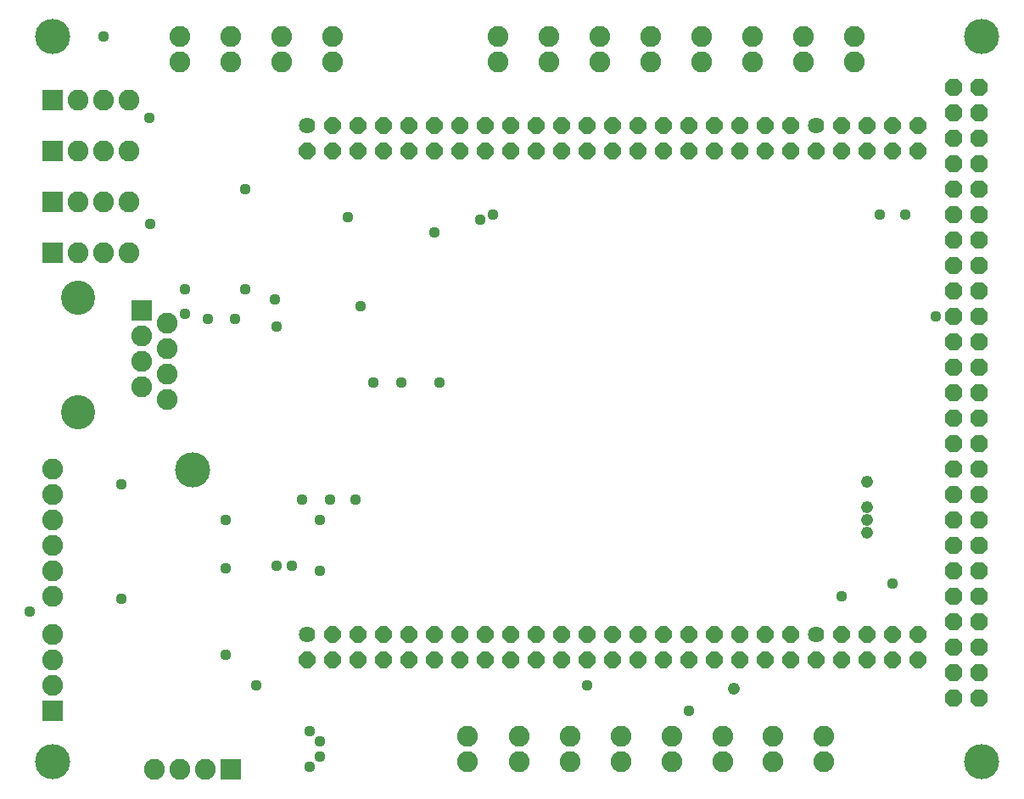
<source format=gbs>
G75*
G70*
%OFA0B0*%
%FSLAX24Y24*%
%IPPOS*%
%LPD*%
%AMOC8*
5,1,8,0,0,1.08239X$1,22.5*
%
%ADD10C,0.0640*%
%ADD11OC8,0.0640*%
%ADD12OC8,0.0674*%
%ADD13R,0.0820X0.0820*%
%ADD14C,0.0820*%
%ADD15C,0.1340*%
%ADD16C,0.1380*%
%ADD17C,0.0440*%
%ADD18C,0.0476*%
D10*
X013392Y006787D03*
X033392Y006787D03*
X033392Y026787D03*
X013392Y026787D03*
D11*
X014392Y026787D03*
X015392Y026787D03*
X016392Y026787D03*
X017392Y026787D03*
X018392Y026787D03*
X019392Y026787D03*
X020392Y026787D03*
X021392Y026787D03*
X022392Y026787D03*
X023392Y026787D03*
X024392Y026787D03*
X025392Y026787D03*
X026392Y026787D03*
X027392Y026787D03*
X028392Y026787D03*
X029392Y026787D03*
X030392Y026787D03*
X031392Y026787D03*
X032392Y026787D03*
X032392Y025787D03*
X033392Y025787D03*
X034392Y025787D03*
X034392Y026787D03*
X035392Y026787D03*
X036392Y026787D03*
X037392Y026787D03*
X037392Y025787D03*
X036392Y025787D03*
X035392Y025787D03*
X031392Y025787D03*
X030392Y025787D03*
X029392Y025787D03*
X028392Y025787D03*
X027392Y025787D03*
X026392Y025787D03*
X025392Y025787D03*
X024392Y025787D03*
X023392Y025787D03*
X022392Y025787D03*
X021392Y025787D03*
X020392Y025787D03*
X019392Y025787D03*
X018392Y025787D03*
X017392Y025787D03*
X016392Y025787D03*
X015392Y025787D03*
X014392Y025787D03*
X013392Y025787D03*
X014392Y006787D03*
X015392Y006787D03*
X016392Y006787D03*
X017392Y006787D03*
X018392Y006787D03*
X019392Y006787D03*
X020392Y006787D03*
X021392Y006787D03*
X022392Y006787D03*
X023392Y006787D03*
X024392Y006787D03*
X025392Y006787D03*
X026392Y006787D03*
X027392Y006787D03*
X028392Y006787D03*
X029392Y006787D03*
X030392Y006787D03*
X031392Y006787D03*
X032392Y006787D03*
X032392Y005787D03*
X033392Y005787D03*
X034392Y005787D03*
X034392Y006787D03*
X035392Y006787D03*
X036392Y006787D03*
X037392Y006787D03*
X037392Y005787D03*
X036392Y005787D03*
X035392Y005787D03*
X031392Y005787D03*
X030392Y005787D03*
X029392Y005787D03*
X028392Y005787D03*
X027392Y005787D03*
X026392Y005787D03*
X025392Y005787D03*
X024392Y005787D03*
X023392Y005787D03*
X022392Y005787D03*
X021392Y005787D03*
X020392Y005787D03*
X019392Y005787D03*
X018392Y005787D03*
X017392Y005787D03*
X016392Y005787D03*
X015392Y005787D03*
X014392Y005787D03*
X013392Y005787D03*
D12*
X038792Y006287D03*
X038792Y007287D03*
X038792Y008287D03*
X039792Y008287D03*
X039792Y007287D03*
X039792Y006287D03*
X039792Y005287D03*
X038792Y005287D03*
X038792Y004287D03*
X039792Y004287D03*
X039792Y009287D03*
X039792Y010287D03*
X039792Y011287D03*
X039792Y012287D03*
X039792Y013287D03*
X039792Y014287D03*
X039792Y015287D03*
X039792Y016287D03*
X038792Y016287D03*
X038792Y015287D03*
X038792Y014287D03*
X038792Y013287D03*
X038792Y012287D03*
X038792Y011287D03*
X038792Y010287D03*
X038792Y009287D03*
X038792Y017287D03*
X038792Y018287D03*
X038792Y019287D03*
X038792Y020287D03*
X038792Y021287D03*
X038792Y022287D03*
X038792Y023287D03*
X039792Y023287D03*
X039792Y022287D03*
X039792Y021287D03*
X039792Y020287D03*
X039792Y019287D03*
X039792Y018287D03*
X039792Y017287D03*
X039792Y024287D03*
X039792Y025287D03*
X039792Y026287D03*
X039792Y027287D03*
X039792Y028287D03*
X038792Y028287D03*
X038792Y027287D03*
X038792Y026287D03*
X038792Y025287D03*
X038792Y024287D03*
D13*
X010392Y001487D03*
X003392Y003787D03*
X006892Y019537D03*
X003392Y021787D03*
X003392Y023787D03*
X003392Y025787D03*
X003392Y027787D03*
D14*
X004392Y027787D03*
X005392Y027787D03*
X006392Y027787D03*
X008392Y029287D03*
X008392Y030287D03*
X010392Y030287D03*
X010392Y029287D03*
X012392Y029287D03*
X012392Y030287D03*
X014392Y030287D03*
X014392Y029287D03*
X020892Y029287D03*
X020892Y030287D03*
X022892Y030287D03*
X022892Y029287D03*
X024892Y029287D03*
X024892Y030287D03*
X026892Y030287D03*
X026892Y029287D03*
X028892Y029287D03*
X028892Y030287D03*
X030892Y030287D03*
X030892Y029287D03*
X032892Y029287D03*
X032892Y030287D03*
X034892Y030287D03*
X034892Y029287D03*
X007892Y019037D03*
X007892Y018037D03*
X007892Y017037D03*
X007892Y016037D03*
X006892Y016537D03*
X006892Y017537D03*
X006892Y018537D03*
X006392Y021787D03*
X005392Y021787D03*
X004392Y021787D03*
X004392Y023787D03*
X005392Y023787D03*
X006392Y023787D03*
X006392Y025787D03*
X005392Y025787D03*
X004392Y025787D03*
X003392Y013287D03*
X003392Y012287D03*
X003392Y011287D03*
X003392Y010287D03*
X003392Y009287D03*
X003392Y008287D03*
X003392Y006787D03*
X003392Y005787D03*
X003392Y004787D03*
X007392Y001487D03*
X008392Y001487D03*
X009392Y001487D03*
X019692Y001787D03*
X019692Y002787D03*
X021711Y002787D03*
X021711Y001787D03*
X023711Y001787D03*
X023711Y002787D03*
X025711Y002787D03*
X025711Y001787D03*
X027711Y001787D03*
X027711Y002787D03*
X029711Y002787D03*
X029711Y001787D03*
X031692Y001787D03*
X031692Y002787D03*
X033692Y002787D03*
X033692Y001787D03*
D15*
X004392Y015537D03*
X004392Y020037D03*
D16*
X003392Y001787D03*
X008879Y013272D03*
X003392Y030287D03*
X039892Y030287D03*
X039892Y001787D03*
D17*
X034392Y008287D03*
X036392Y008787D03*
X028392Y003787D03*
X024392Y004787D03*
X015292Y012087D03*
X014292Y012087D03*
X013892Y011287D03*
X013192Y012087D03*
X010192Y011287D03*
X010192Y009387D03*
X012192Y009487D03*
X012792Y009487D03*
X013892Y009287D03*
X010192Y005987D03*
X011392Y004787D03*
X013492Y002987D03*
X013892Y002587D03*
X013892Y001987D03*
X013492Y001587D03*
X006092Y008187D03*
X002492Y007687D03*
X006092Y012687D03*
X012192Y018887D03*
X012128Y019972D03*
X010947Y020365D03*
X010553Y019184D03*
X009492Y019187D03*
X008585Y019381D03*
X008585Y020365D03*
X007207Y022924D03*
X010947Y024302D03*
X014992Y023187D03*
X018392Y022587D03*
X020192Y023087D03*
X020692Y023287D03*
X015492Y019687D03*
X015992Y016687D03*
X017092Y016687D03*
X018592Y016687D03*
X007192Y027087D03*
X005392Y030287D03*
X035892Y023287D03*
X036892Y023287D03*
X038092Y019287D03*
D18*
X035392Y012787D03*
X035392Y011787D03*
X035392Y011287D03*
X035392Y010787D03*
X030142Y004662D03*
M02*

</source>
